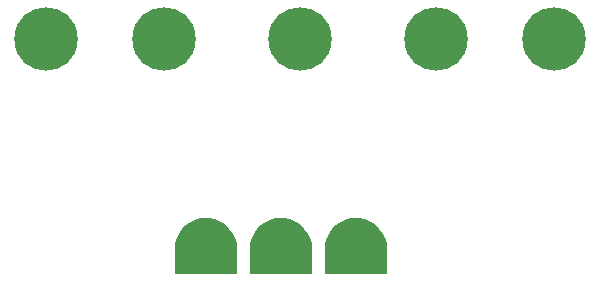
<source format=gbr>
G04 EAGLE Gerber RS-274X export*
G75*
%MOMM*%
%FSLAX34Y34*%
%LPD*%
%INSoldermask Bottom*%
%IPPOS*%
%AMOC8*
5,1,8,0,0,1.08239X$1,22.5*%
G01*
%ADD10C,5.367600*%
%ADD11C,4.317600*%

G36*
X330302Y2557D02*
X330302Y2557D01*
X330404Y2565D01*
X330432Y2577D01*
X330463Y2582D01*
X330555Y2626D01*
X330651Y2664D01*
X330674Y2684D01*
X330702Y2697D01*
X330777Y2767D01*
X330857Y2832D01*
X330874Y2858D01*
X330896Y2879D01*
X330947Y2968D01*
X331004Y3053D01*
X331010Y3077D01*
X331028Y3109D01*
X331086Y3369D01*
X331083Y3407D01*
X331088Y3430D01*
X331088Y24130D01*
X331082Y24169D01*
X331086Y24193D01*
X330827Y27808D01*
X330809Y27889D01*
X330809Y27934D01*
X330039Y31475D01*
X330010Y31552D01*
X330003Y31596D01*
X328737Y34992D01*
X328697Y35065D01*
X328684Y35107D01*
X326947Y38288D01*
X326897Y38354D01*
X326879Y38395D01*
X324707Y41296D01*
X324648Y41354D01*
X324624Y41392D01*
X322062Y43954D01*
X321995Y44003D01*
X321966Y44037D01*
X319065Y46209D01*
X318991Y46248D01*
X318958Y46277D01*
X315777Y48014D01*
X315699Y48043D01*
X315662Y48067D01*
X312266Y49333D01*
X312185Y49350D01*
X312145Y49369D01*
X308604Y50139D01*
X308521Y50145D01*
X308478Y50157D01*
X304863Y50416D01*
X304781Y50409D01*
X304737Y50416D01*
X301122Y50157D01*
X301041Y50139D01*
X300996Y50139D01*
X297455Y49369D01*
X297378Y49340D01*
X297334Y49333D01*
X293938Y48067D01*
X293865Y48027D01*
X293823Y48014D01*
X290642Y46277D01*
X290576Y46227D01*
X290535Y46209D01*
X287634Y44037D01*
X287576Y43978D01*
X287538Y43954D01*
X284976Y41392D01*
X284927Y41325D01*
X284893Y41296D01*
X282721Y38395D01*
X282682Y38321D01*
X282653Y38288D01*
X280916Y35107D01*
X280887Y35029D01*
X280863Y34992D01*
X279597Y31596D01*
X279580Y31515D01*
X279561Y31475D01*
X278791Y27934D01*
X278785Y27851D01*
X278773Y27808D01*
X278514Y24193D01*
X278517Y24154D01*
X278512Y24130D01*
X278512Y3430D01*
X278527Y3328D01*
X278535Y3226D01*
X278547Y3198D01*
X278552Y3167D01*
X278596Y3075D01*
X278634Y2979D01*
X278654Y2956D01*
X278667Y2928D01*
X278737Y2853D01*
X278802Y2773D01*
X278828Y2756D01*
X278849Y2734D01*
X278938Y2683D01*
X279023Y2626D01*
X279047Y2620D01*
X279079Y2602D01*
X279339Y2544D01*
X279377Y2547D01*
X279400Y2542D01*
X330200Y2542D01*
X330302Y2557D01*
G37*
G36*
X266802Y2557D02*
X266802Y2557D01*
X266904Y2565D01*
X266932Y2577D01*
X266963Y2582D01*
X267055Y2626D01*
X267151Y2664D01*
X267174Y2684D01*
X267202Y2697D01*
X267277Y2767D01*
X267357Y2832D01*
X267374Y2858D01*
X267396Y2879D01*
X267447Y2968D01*
X267504Y3053D01*
X267510Y3077D01*
X267528Y3109D01*
X267586Y3369D01*
X267583Y3407D01*
X267588Y3430D01*
X267588Y24130D01*
X267582Y24169D01*
X267586Y24193D01*
X267327Y27808D01*
X267309Y27889D01*
X267309Y27934D01*
X266539Y31475D01*
X266510Y31552D01*
X266503Y31596D01*
X265237Y34992D01*
X265197Y35065D01*
X265184Y35107D01*
X263447Y38288D01*
X263397Y38354D01*
X263379Y38395D01*
X261207Y41296D01*
X261148Y41354D01*
X261124Y41392D01*
X258562Y43954D01*
X258495Y44003D01*
X258466Y44037D01*
X255565Y46209D01*
X255491Y46248D01*
X255458Y46277D01*
X252277Y48014D01*
X252199Y48043D01*
X252162Y48067D01*
X248766Y49333D01*
X248685Y49350D01*
X248645Y49369D01*
X245104Y50139D01*
X245021Y50145D01*
X244978Y50157D01*
X241363Y50416D01*
X241281Y50409D01*
X241237Y50416D01*
X237622Y50157D01*
X237541Y50139D01*
X237496Y50139D01*
X233955Y49369D01*
X233878Y49340D01*
X233834Y49333D01*
X230438Y48067D01*
X230365Y48027D01*
X230323Y48014D01*
X227142Y46277D01*
X227076Y46227D01*
X227035Y46209D01*
X224134Y44037D01*
X224076Y43978D01*
X224038Y43954D01*
X221476Y41392D01*
X221427Y41325D01*
X221393Y41296D01*
X219221Y38395D01*
X219182Y38321D01*
X219153Y38288D01*
X217416Y35107D01*
X217387Y35029D01*
X217363Y34992D01*
X216097Y31596D01*
X216080Y31515D01*
X216061Y31475D01*
X215291Y27934D01*
X215285Y27851D01*
X215273Y27808D01*
X215014Y24193D01*
X215017Y24154D01*
X215012Y24130D01*
X215012Y3430D01*
X215027Y3328D01*
X215035Y3226D01*
X215047Y3198D01*
X215052Y3167D01*
X215096Y3075D01*
X215134Y2979D01*
X215154Y2956D01*
X215167Y2928D01*
X215237Y2853D01*
X215302Y2773D01*
X215328Y2756D01*
X215349Y2734D01*
X215438Y2683D01*
X215523Y2626D01*
X215547Y2620D01*
X215579Y2602D01*
X215839Y2544D01*
X215877Y2547D01*
X215900Y2542D01*
X266700Y2542D01*
X266802Y2557D01*
G37*
G36*
X203302Y2557D02*
X203302Y2557D01*
X203404Y2565D01*
X203432Y2577D01*
X203463Y2582D01*
X203555Y2626D01*
X203651Y2664D01*
X203674Y2684D01*
X203702Y2697D01*
X203777Y2767D01*
X203857Y2832D01*
X203874Y2858D01*
X203896Y2879D01*
X203947Y2968D01*
X204004Y3053D01*
X204010Y3077D01*
X204028Y3109D01*
X204086Y3369D01*
X204083Y3407D01*
X204088Y3430D01*
X204088Y24130D01*
X204082Y24169D01*
X204086Y24193D01*
X203827Y27808D01*
X203809Y27889D01*
X203809Y27934D01*
X203039Y31475D01*
X203010Y31552D01*
X203003Y31596D01*
X201737Y34992D01*
X201697Y35065D01*
X201684Y35107D01*
X199947Y38288D01*
X199897Y38354D01*
X199879Y38395D01*
X197707Y41296D01*
X197648Y41354D01*
X197624Y41392D01*
X195062Y43954D01*
X194995Y44003D01*
X194966Y44037D01*
X192065Y46209D01*
X191991Y46248D01*
X191958Y46277D01*
X188777Y48014D01*
X188699Y48043D01*
X188662Y48067D01*
X185266Y49333D01*
X185185Y49350D01*
X185145Y49369D01*
X181604Y50139D01*
X181521Y50145D01*
X181478Y50157D01*
X177863Y50416D01*
X177781Y50409D01*
X177737Y50416D01*
X174122Y50157D01*
X174041Y50139D01*
X173996Y50139D01*
X170455Y49369D01*
X170378Y49340D01*
X170334Y49333D01*
X166938Y48067D01*
X166865Y48027D01*
X166823Y48014D01*
X163642Y46277D01*
X163576Y46227D01*
X163535Y46209D01*
X160634Y44037D01*
X160576Y43978D01*
X160538Y43954D01*
X157976Y41392D01*
X157927Y41325D01*
X157893Y41296D01*
X155721Y38395D01*
X155682Y38321D01*
X155653Y38288D01*
X153916Y35107D01*
X153887Y35029D01*
X153863Y34992D01*
X152597Y31596D01*
X152580Y31515D01*
X152561Y31475D01*
X151791Y27934D01*
X151785Y27851D01*
X151773Y27808D01*
X151514Y24193D01*
X151517Y24154D01*
X151512Y24130D01*
X151512Y3430D01*
X151527Y3328D01*
X151535Y3226D01*
X151547Y3198D01*
X151552Y3167D01*
X151596Y3075D01*
X151634Y2979D01*
X151654Y2956D01*
X151667Y2928D01*
X151737Y2853D01*
X151802Y2773D01*
X151828Y2756D01*
X151849Y2734D01*
X151938Y2683D01*
X152023Y2626D01*
X152047Y2620D01*
X152079Y2602D01*
X152339Y2544D01*
X152377Y2547D01*
X152400Y2542D01*
X203200Y2542D01*
X203302Y2557D01*
G37*
D10*
X257429Y202080D03*
X142429Y202080D03*
X372429Y202080D03*
X42429Y202080D03*
X472429Y202080D03*
D11*
X177800Y27940D03*
X241300Y27940D03*
X304800Y27940D03*
M02*

</source>
